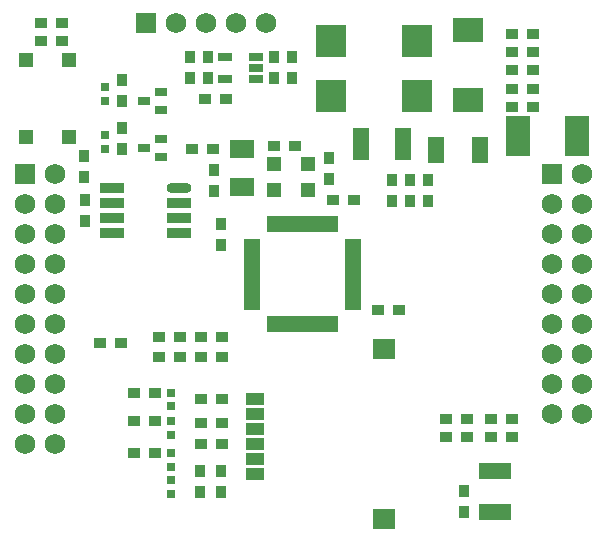
<source format=gbs>
%FSLAX25Y25*%
%MOIN*%
G70*
G01*
G75*
G04 Layer_Color=16711935*
%ADD10R,0.02000X0.02500*%
%ADD11R,0.02500X0.02000*%
%ADD12R,0.02200X0.03300*%
%ADD13R,0.03500X0.03000*%
%ADD14R,0.03000X0.03500*%
%ADD15R,0.02362X0.02756*%
%ADD16R,0.01575X0.03937*%
%ADD17R,0.07874X0.03937*%
%ADD18R,0.11811X0.04213*%
%ADD19R,0.08661X0.04134*%
%ADD20R,0.04331X0.03937*%
%ADD21R,0.03937X0.04331*%
%ADD22R,0.04134X0.08661*%
%ADD23R,0.37008X0.27559*%
%ADD24O,0.02362X0.07087*%
%ADD25O,0.07087X0.02362*%
%ADD26R,0.01969X0.02362*%
%ADD27C,0.01200*%
%ADD28C,0.01000*%
%ADD29C,0.02000*%
%ADD30C,0.00600*%
%ADD31C,0.01500*%
%ADD32C,0.01300*%
%ADD33C,0.04000*%
%ADD34C,0.06000*%
%ADD35R,0.06000X0.06000*%
%ADD36R,0.06000X0.06000*%
%ADD37C,0.02500*%
%ADD38C,0.03000*%
%ADD39O,0.07600X0.02400*%
%ADD40R,0.07600X0.02400*%
%ADD41R,0.04724X0.01181*%
%ADD42R,0.01181X0.04724*%
%ADD43R,0.03937X0.02362*%
%ADD44R,0.03937X0.03937*%
%ADD45R,0.09449X0.10236*%
%ADD46R,0.07087X0.12992*%
%ADD47R,0.03937X0.03937*%
%ADD48R,0.03937X0.03937*%
%ADD49R,0.04921X0.07874*%
%ADD50R,0.09449X0.07087*%
%ADD51R,0.09843X0.04724*%
%ADD52R,0.04724X0.09843*%
%ADD53R,0.07087X0.05512*%
%ADD54R,0.02362X0.01969*%
%ADD55R,0.03300X0.02200*%
%ADD56R,0.05118X0.03150*%
%ADD57R,0.06693X0.05906*%
%ADD58C,0.01100*%
%ADD59C,0.07000*%
%ADD60C,0.00787*%
%ADD61C,0.01600*%
%ADD62C,0.00500*%
%ADD63C,0.00800*%
%ADD64R,0.00700X0.02537*%
%ADD65C,0.00400*%
%ADD66C,0.02756*%
%ADD67C,0.00700*%
%ADD68R,0.01870X0.17323*%
%ADD69R,0.01181X0.08412*%
%ADD70R,0.11811X0.01300*%
%ADD71R,0.13988X0.01000*%
%ADD72R,0.01300X0.11811*%
%ADD73R,0.02800X0.03300*%
%ADD74R,0.03300X0.02800*%
%ADD75R,0.03000X0.04100*%
%ADD76R,0.04300X0.03800*%
%ADD77R,0.03800X0.04300*%
%ADD78R,0.03162X0.03556*%
%ADD79R,0.02375X0.04737*%
%ADD80R,0.08674X0.04737*%
%ADD81R,0.12611X0.05013*%
%ADD82R,0.09461X0.04934*%
%ADD83R,0.05131X0.04737*%
%ADD84R,0.04737X0.05131*%
%ADD85R,0.04934X0.09461*%
%ADD86R,0.37808X0.28359*%
%ADD87O,0.03162X0.07887*%
%ADD88O,0.07887X0.03162*%
%ADD89R,0.02769X0.03162*%
%ADD90C,0.06800*%
%ADD91R,0.06800X0.06800*%
%ADD92R,0.06800X0.06800*%
%ADD93O,0.08400X0.03200*%
%ADD94R,0.08400X0.03200*%
%ADD95R,0.05524X0.01981*%
%ADD96R,0.01981X0.05524*%
%ADD97R,0.04737X0.03162*%
%ADD98R,0.04737X0.04737*%
%ADD99R,0.10249X0.11036*%
%ADD100R,0.07887X0.13792*%
%ADD101R,0.04737X0.04737*%
%ADD102R,0.04737X0.04737*%
%ADD103R,0.05721X0.08674*%
%ADD104R,0.10249X0.07887*%
%ADD105R,0.10642X0.05524*%
%ADD106R,0.05524X0.10642*%
%ADD107R,0.07887X0.06312*%
%ADD108R,0.03162X0.02769*%
%ADD109R,0.04100X0.03000*%
%ADD110R,0.05918X0.03950*%
%ADD111R,0.07493X0.06706*%
D76*
X11000Y165500D02*
D03*
X145800Y39500D02*
D03*
X152800D02*
D03*
X50200Y60000D02*
D03*
X57200D02*
D03*
X50200Y66700D02*
D03*
X57200D02*
D03*
X64200D02*
D03*
X71200D02*
D03*
X64200Y60000D02*
D03*
X71200D02*
D03*
X123143Y75941D02*
D03*
X130142D02*
D03*
X18000Y171500D02*
D03*
X11000D02*
D03*
X18000Y165500D02*
D03*
X108343Y112500D02*
D03*
X115342D02*
D03*
X167800Y39500D02*
D03*
X160800D02*
D03*
Y33500D02*
D03*
X167800D02*
D03*
X152800D02*
D03*
X65500Y146000D02*
D03*
X72500D02*
D03*
X145800Y33500D02*
D03*
X167900Y149600D02*
D03*
X64342Y38100D02*
D03*
X71342D02*
D03*
X64342Y46100D02*
D03*
X71342D02*
D03*
X48842Y28000D02*
D03*
X41842D02*
D03*
X175000Y161700D02*
D03*
X168000D02*
D03*
X175000Y167700D02*
D03*
X168000D02*
D03*
X174900Y149600D02*
D03*
X167900Y143600D02*
D03*
X174900D02*
D03*
X175000Y155700D02*
D03*
X168000D02*
D03*
X41842Y38748D02*
D03*
X48842D02*
D03*
X30700Y64800D02*
D03*
X37700D02*
D03*
X95537Y130500D02*
D03*
X88537D02*
D03*
X61343Y129500D02*
D03*
X68343D02*
D03*
X64342Y31100D02*
D03*
X71342D02*
D03*
X41842Y48200D02*
D03*
X48842D02*
D03*
D77*
X70937Y97594D02*
D03*
Y104595D02*
D03*
X94500Y153000D02*
D03*
Y160000D02*
D03*
X151842Y15500D02*
D03*
Y8500D02*
D03*
X70842Y22000D02*
D03*
Y15000D02*
D03*
X63842Y22000D02*
D03*
Y15000D02*
D03*
X133843Y112000D02*
D03*
Y119000D02*
D03*
X139842Y112000D02*
D03*
Y119000D02*
D03*
X127842Y112000D02*
D03*
Y119000D02*
D03*
X66500Y153000D02*
D03*
Y160000D02*
D03*
X88500Y153000D02*
D03*
Y160000D02*
D03*
X106843Y126500D02*
D03*
Y119500D02*
D03*
X68500Y122500D02*
D03*
Y115500D02*
D03*
X25437Y127094D02*
D03*
Y120095D02*
D03*
X37937Y129595D02*
D03*
Y136594D02*
D03*
Y152594D02*
D03*
Y145595D02*
D03*
X60500Y160000D02*
D03*
Y153000D02*
D03*
X25500Y112500D02*
D03*
Y105500D02*
D03*
D90*
X15500Y91000D02*
D03*
X5500D02*
D03*
X15500Y81000D02*
D03*
X5500Y71000D02*
D03*
X15500Y31000D02*
D03*
X5500D02*
D03*
X15500Y41000D02*
D03*
X5500D02*
D03*
X15500Y51000D02*
D03*
X5500D02*
D03*
Y81000D02*
D03*
X15500Y111000D02*
D03*
X5500D02*
D03*
X15500Y121000D02*
D03*
X5500Y101000D02*
D03*
X15500D02*
D03*
Y71000D02*
D03*
X5500Y61000D02*
D03*
X15500D02*
D03*
X191350Y41000D02*
D03*
X181350D02*
D03*
Y51000D02*
D03*
X191350D02*
D03*
Y71000D02*
D03*
Y81000D02*
D03*
X181350D02*
D03*
X191350Y91000D02*
D03*
X181350D02*
D03*
X191350Y101000D02*
D03*
X181350D02*
D03*
X191350Y111000D02*
D03*
X181350D02*
D03*
X191350Y121000D02*
D03*
Y61000D02*
D03*
X181350D02*
D03*
Y71000D02*
D03*
X56000Y171500D02*
D03*
X66000D02*
D03*
X76000D02*
D03*
X86000D02*
D03*
D91*
X5500Y121000D02*
D03*
X181350D02*
D03*
D92*
X46000Y171500D02*
D03*
D93*
X57000Y116500D02*
D03*
D94*
Y111500D02*
D03*
Y106500D02*
D03*
Y101500D02*
D03*
X34500D02*
D03*
Y106500D02*
D03*
Y111500D02*
D03*
Y116500D02*
D03*
D95*
X81437Y88752D02*
D03*
Y86783D02*
D03*
Y94657D02*
D03*
Y92689D02*
D03*
X114902Y96626D02*
D03*
Y94657D02*
D03*
Y92689D02*
D03*
Y90720D02*
D03*
Y88752D02*
D03*
Y86783D02*
D03*
Y84815D02*
D03*
Y82846D02*
D03*
Y80878D02*
D03*
Y78909D02*
D03*
Y76941D02*
D03*
X81437Y76941D02*
D03*
Y78909D02*
D03*
Y80878D02*
D03*
Y82846D02*
D03*
Y84815D02*
D03*
Y90720D02*
D03*
Y96626D02*
D03*
Y98594D02*
D03*
X114902Y98594D02*
D03*
D96*
X91280Y104500D02*
D03*
X93248D02*
D03*
X95217D02*
D03*
X97185D02*
D03*
X99154D02*
D03*
X101122D02*
D03*
X103091D02*
D03*
X108996Y71035D02*
D03*
X107028D02*
D03*
X105059D02*
D03*
X103091D02*
D03*
X101122D02*
D03*
X95217D02*
D03*
X93248D02*
D03*
X91280D02*
D03*
X89311D02*
D03*
X87343D02*
D03*
X108996Y104500D02*
D03*
X99154Y71035D02*
D03*
X97185D02*
D03*
X87343Y104500D02*
D03*
X105059D02*
D03*
X89311D02*
D03*
X107028D02*
D03*
D97*
X72382Y160240D02*
D03*
Y152760D02*
D03*
X82618D02*
D03*
Y156500D02*
D03*
Y160240D02*
D03*
D98*
X88537Y124458D02*
D03*
X99954Y115796D02*
D03*
X88537D02*
D03*
X99954Y124458D02*
D03*
D99*
X136116Y165500D02*
D03*
X107769D02*
D03*
X136116Y147000D02*
D03*
X107769D02*
D03*
D100*
X169915Y133700D02*
D03*
X189600D02*
D03*
D101*
X20173Y159000D02*
D03*
Y133409D02*
D03*
D102*
X6000Y159000D02*
D03*
Y133409D02*
D03*
D103*
X142561Y129000D02*
D03*
X157324D02*
D03*
D104*
X153443Y145689D02*
D03*
Y169311D02*
D03*
D105*
X162343Y8500D02*
D03*
Y22279D02*
D03*
D106*
X117763Y131000D02*
D03*
X131543D02*
D03*
D107*
X77842Y116902D02*
D03*
Y129500D02*
D03*
D108*
X54443Y23557D02*
D03*
Y28000D02*
D03*
Y48300D02*
D03*
Y43857D02*
D03*
Y34305D02*
D03*
Y38748D02*
D03*
X54343Y19000D02*
D03*
Y14557D02*
D03*
X32437Y134038D02*
D03*
Y129595D02*
D03*
Y145595D02*
D03*
Y150038D02*
D03*
D109*
X50937Y148594D02*
D03*
Y142595D02*
D03*
X45137Y145595D02*
D03*
X50937Y132800D02*
D03*
Y126800D02*
D03*
X45137Y129800D02*
D03*
D110*
X82342Y26000D02*
D03*
Y36000D02*
D03*
Y46000D02*
D03*
Y31000D02*
D03*
Y21000D02*
D03*
Y41000D02*
D03*
D111*
X125256Y6157D02*
D03*
Y62850D02*
D03*
M02*

</source>
